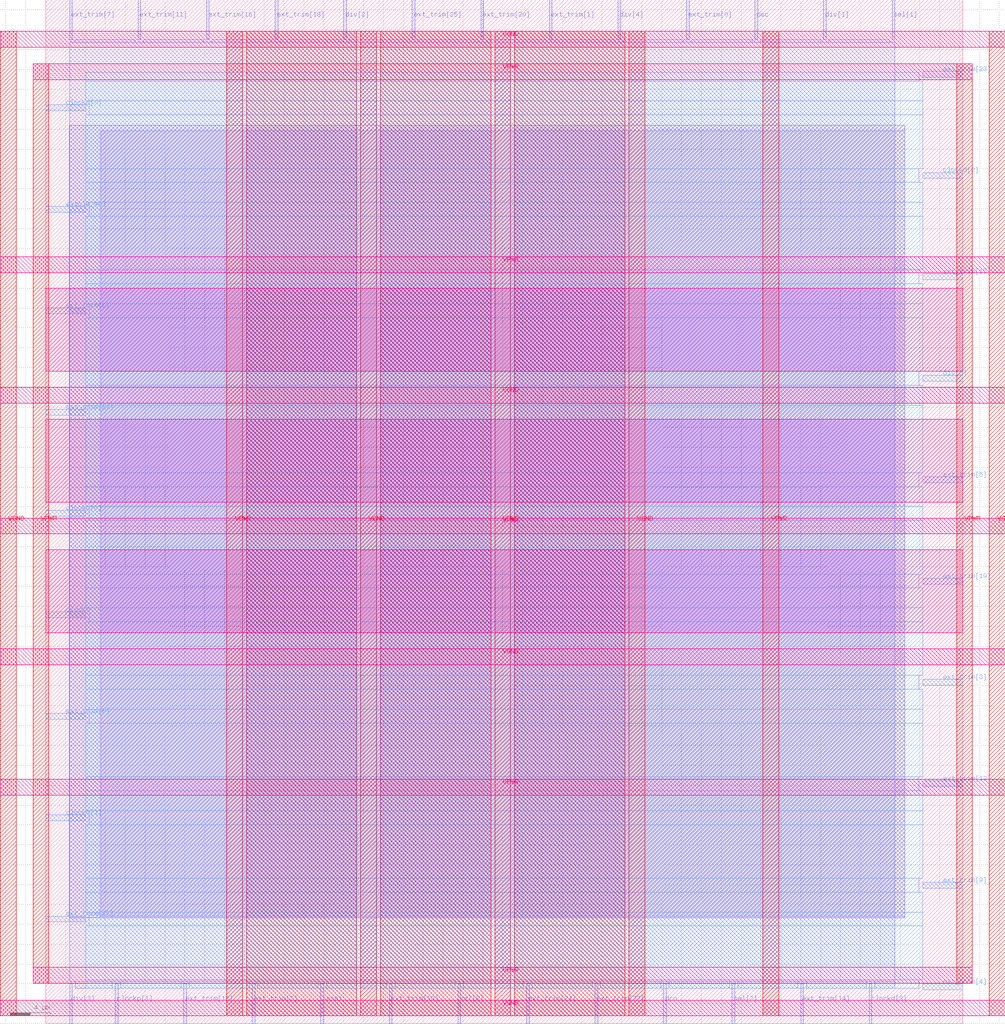
<source format=lef>
VERSION 5.7 ;
  NOWIREEXTENSIONATPIN ON ;
  DIVIDERCHAR "/" ;
  BUSBITCHARS "[]" ;
MACRO digital_pll
  CLASS BLOCK ;
  FOREIGN digital_pll ;
  ORIGIN 0.000 0.000 ;
  SIZE 92.300 BY 103.020 ;
  PIN clockc
    DIRECTION OUTPUT TRISTATE ;
    USE SIGNAL ;
    PORT
      LAYER met3 ;
        RECT 0.000 40.840 4.000 41.440 ;
    END
  END clockc
  PIN clockd[0]
    DIRECTION OUTPUT TRISTATE ;
    USE SIGNAL ;
    PORT
      LAYER met3 ;
        RECT 0.000 51.040 4.000 51.640 ;
    END
  END clockd[0]
  PIN clockd[1]
    DIRECTION OUTPUT TRISTATE ;
    USE SIGNAL ;
    PORT
      LAYER met3 ;
        RECT 0.000 20.440 4.000 21.040 ;
    END
  END clockd[1]
  PIN clockd[2]
    DIRECTION OUTPUT TRISTATE ;
    USE SIGNAL ;
    PORT
      LAYER met3 ;
        RECT 88.300 85.040 92.300 85.640 ;
    END
  END clockd[2]
  PIN clockd[3]
    DIRECTION OUTPUT TRISTATE ;
    USE SIGNAL ;
    PORT
      LAYER met2 ;
        RECT 82.890 0.000 83.170 4.000 ;
    END
  END clockd[3]
  PIN clockp[0]
    DIRECTION OUTPUT TRISTATE ;
    USE SIGNAL ;
    PORT
      LAYER met3 ;
        RECT 0.000 91.840 4.000 92.440 ;
    END
  END clockp[0]
  PIN clockp[1]
    DIRECTION OUTPUT TRISTATE ;
    USE SIGNAL ;
    PORT
      LAYER met2 ;
        RECT 6.990 0.000 7.270 4.000 ;
    END
  END clockp[1]
  PIN dco
    DIRECTION INPUT ;
    USE SIGNAL ;
    PORT
      LAYER met2 ;
        RECT 62.190 0.000 62.470 4.000 ;
    END
  END dco
  PIN div[0]
    DIRECTION INPUT ;
    USE SIGNAL ;
    PORT
      LAYER met3 ;
        RECT 88.300 64.640 92.300 65.240 ;
    END
  END div[0]
  PIN div[1]
    DIRECTION INPUT ;
    USE SIGNAL ;
    PORT
      LAYER met2 ;
        RECT 78.290 99.020 78.570 103.020 ;
    END
  END div[1]
  PIN div[2]
    DIRECTION INPUT ;
    USE SIGNAL ;
    PORT
      LAYER met2 ;
        RECT 29.990 99.020 30.270 103.020 ;
    END
  END div[2]
  PIN div[3]
    DIRECTION INPUT ;
    USE SIGNAL ;
    PORT
      LAYER met2 ;
        RECT 2.390 0.000 2.670 4.000 ;
    END
  END div[3]
  PIN div[4]
    DIRECTION INPUT ;
    USE SIGNAL ;
    PORT
      LAYER met2 ;
        RECT 57.590 99.020 57.870 103.020 ;
    END
  END div[4]
  PIN ext_trim[0]
    DIRECTION INPUT ;
    USE SIGNAL ;
    PORT
      LAYER met2 ;
        RECT 64.490 99.020 64.770 103.020 ;
    END
  END ext_trim[0]
  PIN ext_trim[10]
    DIRECTION INPUT ;
    USE SIGNAL ;
    PORT
      LAYER met2 ;
        RECT 34.590 0.000 34.870 4.000 ;
    END
  END ext_trim[10]
  PIN ext_trim[11]
    DIRECTION INPUT ;
    USE SIGNAL ;
    PORT
      LAYER met2 ;
        RECT 9.290 99.020 9.570 103.020 ;
    END
  END ext_trim[11]
  PIN ext_trim[12]
    DIRECTION INPUT ;
    USE SIGNAL ;
    PORT
      LAYER met3 ;
        RECT 88.300 23.840 92.300 24.440 ;
    END
  END ext_trim[12]
  PIN ext_trim[13]
    DIRECTION INPUT ;
    USE SIGNAL ;
    PORT
      LAYER met2 ;
        RECT 13.890 0.000 14.170 4.000 ;
    END
  END ext_trim[13]
  PIN ext_trim[14]
    DIRECTION INPUT ;
    USE SIGNAL ;
    PORT
      LAYER met2 ;
        RECT 75.990 0.000 76.270 4.000 ;
    END
  END ext_trim[14]
  PIN ext_trim[15]
    DIRECTION INPUT ;
    USE SIGNAL ;
    PORT
      LAYER met3 ;
        RECT 88.300 74.840 92.300 75.440 ;
    END
  END ext_trim[15]
  PIN ext_trim[16]
    DIRECTION INPUT ;
    USE SIGNAL ;
    PORT
      LAYER met2 ;
        RECT 16.190 99.020 16.470 103.020 ;
    END
  END ext_trim[16]
  PIN ext_trim[17]
    DIRECTION INPUT ;
    USE SIGNAL ;
    PORT
      LAYER met3 ;
        RECT 0.000 10.240 4.000 10.840 ;
    END
  END ext_trim[17]
  PIN ext_trim[18]
    DIRECTION INPUT ;
    USE SIGNAL ;
    PORT
      LAYER met2 ;
        RECT 23.090 99.020 23.370 103.020 ;
    END
  END ext_trim[18]
  PIN ext_trim[19]
    DIRECTION INPUT ;
    USE SIGNAL ;
    PORT
      LAYER met3 ;
        RECT 88.300 44.240 92.300 44.840 ;
    END
  END ext_trim[19]
  PIN ext_trim[1]
    DIRECTION INPUT ;
    USE SIGNAL ;
    PORT
      LAYER met2 ;
        RECT 50.690 99.020 50.970 103.020 ;
    END
  END ext_trim[1]
  PIN ext_trim[20]
    DIRECTION INPUT ;
    USE SIGNAL ;
    PORT
      LAYER met2 ;
        RECT 43.790 99.020 44.070 103.020 ;
    END
  END ext_trim[20]
  PIN ext_trim[21]
    DIRECTION INPUT ;
    USE SIGNAL ;
    PORT
      LAYER met3 ;
        RECT 0.000 61.240 4.000 61.840 ;
    END
  END ext_trim[21]
  PIN ext_trim[22]
    DIRECTION INPUT ;
    USE SIGNAL ;
    PORT
      LAYER met2 ;
        RECT 55.290 0.000 55.570 4.000 ;
    END
  END ext_trim[22]
  PIN ext_trim[23]
    DIRECTION INPUT ;
    USE SIGNAL ;
    PORT
      LAYER met3 ;
        RECT 88.300 95.240 92.300 95.840 ;
    END
  END ext_trim[23]
  PIN ext_trim[24]
    DIRECTION INPUT ;
    USE SIGNAL ;
    PORT
      LAYER met2 ;
        RECT 48.390 0.000 48.670 4.000 ;
    END
  END ext_trim[24]
  PIN ext_trim[25]
    DIRECTION INPUT ;
    USE SIGNAL ;
    PORT
      LAYER met2 ;
        RECT 36.890 99.020 37.170 103.020 ;
    END
  END ext_trim[25]
  PIN ext_trim[2]
    DIRECTION INPUT ;
    USE SIGNAL ;
    PORT
      LAYER met2 ;
        RECT 20.790 0.000 21.070 4.000 ;
    END
  END ext_trim[2]
  PIN ext_trim[3]
    DIRECTION INPUT ;
    USE SIGNAL ;
    PORT
      LAYER met3 ;
        RECT 88.300 34.040 92.300 34.640 ;
    END
  END ext_trim[3]
  PIN ext_trim[4]
    DIRECTION INPUT ;
    USE SIGNAL ;
    PORT
      LAYER met3 ;
        RECT 88.300 3.440 92.300 4.040 ;
    END
  END ext_trim[4]
  PIN ext_trim[5]
    DIRECTION INPUT ;
    USE SIGNAL ;
    PORT
      LAYER met3 ;
        RECT 88.300 54.440 92.300 55.040 ;
    END
  END ext_trim[5]
  PIN ext_trim[6]
    DIRECTION INPUT ;
    USE SIGNAL ;
    PORT
      LAYER met3 ;
        RECT 0.000 71.440 4.000 72.040 ;
    END
  END ext_trim[6]
  PIN ext_trim[7]
    DIRECTION INPUT ;
    USE SIGNAL ;
    PORT
      LAYER met2 ;
        RECT 2.390 99.020 2.670 103.020 ;
    END
  END ext_trim[7]
  PIN ext_trim[8]
    DIRECTION INPUT ;
    USE SIGNAL ;
    PORT
      LAYER met3 ;
        RECT 0.000 30.640 4.000 31.240 ;
    END
  END ext_trim[8]
  PIN ext_trim[9]
    DIRECTION INPUT ;
    USE SIGNAL ;
    PORT
      LAYER met3 ;
        RECT 88.300 13.640 92.300 14.240 ;
    END
  END ext_trim[9]
  PIN extclk_sel
    DIRECTION INPUT ;
    USE SIGNAL ;
    PORT
      LAYER met3 ;
        RECT 0.000 81.640 4.000 82.240 ;
    END
  END extclk_sel
  PIN osc
    DIRECTION INPUT ;
    USE SIGNAL ;
    PORT
      LAYER met2 ;
        RECT 71.390 99.020 71.670 103.020 ;
    END
  END osc
  PIN reset
    DIRECTION INPUT ;
    USE SIGNAL ;
    PORT
      LAYER met2 ;
        RECT 27.690 0.000 27.970 4.000 ;
    END
  END reset
  PIN sel[0]
    DIRECTION INPUT ;
    USE SIGNAL ;
    PORT
      LAYER met2 ;
        RECT 41.490 0.000 41.770 4.000 ;
    END
  END sel[0]
  PIN sel[1]
    DIRECTION INPUT ;
    USE SIGNAL ;
    PORT
      LAYER met2 ;
        RECT 85.190 99.020 85.470 103.020 ;
    END
  END sel[1]
  PIN sel[2]
    DIRECTION INPUT ;
    USE SIGNAL ;
    PORT
      LAYER met2 ;
        RECT 69.090 0.000 69.370 4.000 ;
    END
  END sel[2]
  PIN VPWR
    DIRECTION INOUT ;
    USE POWER ;
    PORT
      LAYER met4 ;
        RECT 72.185 0.780 73.785 99.860 ;
    END
  END VPWR
  PIN VPWR
    DIRECTION INOUT ;
    USE POWER ;
    PORT
      LAYER met4 ;
        RECT 45.200 0.780 46.800 99.860 ;
    END
  END VPWR
  PIN VPWR
    DIRECTION INOUT ;
    USE POWER ;
    PORT
      LAYER met4 ;
        RECT 18.215 0.780 19.815 99.860 ;
    END
  END VPWR
  PIN VPWR
    DIRECTION INOUT ;
    USE POWER ;
    PORT
      LAYER met4 ;
        RECT 91.680 4.080 93.280 96.560 ;
    END
  END VPWR
  PIN VPWR
    DIRECTION INOUT ;
    USE POWER ;
    PORT
      LAYER met4 ;
        RECT -1.280 4.080 0.320 96.560 ;
    END
  END VPWR
  PIN VPWR
    DIRECTION INOUT ;
    USE POWER ;
    PORT
      LAYER met5 ;
        RECT -1.280 94.960 93.280 96.560 ;
    END
  END VPWR
  PIN VPWR
    DIRECTION INOUT ;
    USE POWER ;
    PORT
      LAYER met5 ;
        RECT -4.580 75.575 96.580 77.175 ;
    END
  END VPWR
  PIN VPWR
    DIRECTION INOUT ;
    USE POWER ;
    PORT
      LAYER met5 ;
        RECT -4.580 49.280 96.580 50.880 ;
    END
  END VPWR
  PIN VPWR
    DIRECTION INOUT ;
    USE POWER ;
    PORT
      LAYER met5 ;
        RECT -4.580 22.985 96.580 24.585 ;
    END
  END VPWR
  PIN VPWR
    DIRECTION INOUT ;
    USE POWER ;
    PORT
      LAYER met5 ;
        RECT -1.280 4.080 93.280 5.680 ;
    END
  END VPWR
  PIN VGND
    DIRECTION INOUT ;
    USE GROUND ;
    PORT
      LAYER met4 ;
        RECT 94.980 0.780 96.580 99.860 ;
    END
  END VGND
  PIN VGND
    DIRECTION INOUT ;
    USE GROUND ;
    PORT
      LAYER met4 ;
        RECT 58.695 0.780 60.295 99.860 ;
    END
  END VGND
  PIN VGND
    DIRECTION INOUT ;
    USE GROUND ;
    PORT
      LAYER met4 ;
        RECT 31.705 0.780 33.305 99.860 ;
    END
  END VGND
  PIN VGND
    DIRECTION INOUT ;
    USE GROUND ;
    PORT
      LAYER met4 ;
        RECT -4.580 0.780 -2.980 99.860 ;
    END
  END VGND
  PIN VGND
    DIRECTION INOUT ;
    USE GROUND ;
    PORT
      LAYER met5 ;
        RECT -4.580 98.260 96.580 99.860 ;
    END
  END VGND
  PIN VGND
    DIRECTION INOUT ;
    USE GROUND ;
    PORT
      LAYER met5 ;
        RECT -4.580 62.425 96.580 64.025 ;
    END
  END VGND
  PIN VGND
    DIRECTION INOUT ;
    USE GROUND ;
    PORT
      LAYER met5 ;
        RECT -4.580 36.135 96.580 37.735 ;
    END
  END VGND
  PIN VGND
    DIRECTION INOUT ;
    USE GROUND ;
    PORT
      LAYER met5 ;
        RECT -4.580 0.780 96.580 2.380 ;
    END
  END VGND
  OBS
      LAYER li1 ;
        RECT 5.520 10.795 86.480 89.845 ;
      LAYER met1 ;
        RECT 2.370 10.640 86.480 90.400 ;
      LAYER met2 ;
        RECT 2.950 98.740 9.010 99.020 ;
        RECT 9.850 98.740 15.910 99.020 ;
        RECT 16.750 98.740 22.810 99.020 ;
        RECT 23.650 98.740 29.710 99.020 ;
        RECT 30.550 98.740 36.610 99.020 ;
        RECT 37.450 98.740 43.510 99.020 ;
        RECT 44.350 98.740 50.410 99.020 ;
        RECT 51.250 98.740 57.310 99.020 ;
        RECT 58.150 98.740 64.210 99.020 ;
        RECT 65.050 98.740 71.110 99.020 ;
        RECT 71.950 98.740 78.010 99.020 ;
        RECT 78.850 98.740 84.910 99.020 ;
        RECT 2.400 4.280 85.470 98.740 ;
        RECT 2.950 3.555 6.710 4.280 ;
        RECT 7.550 3.555 13.610 4.280 ;
        RECT 14.450 3.555 20.510 4.280 ;
        RECT 21.350 3.555 27.410 4.280 ;
        RECT 28.250 3.555 34.310 4.280 ;
        RECT 35.150 3.555 41.210 4.280 ;
        RECT 42.050 3.555 48.110 4.280 ;
        RECT 48.950 3.555 55.010 4.280 ;
        RECT 55.850 3.555 61.910 4.280 ;
        RECT 62.750 3.555 68.810 4.280 ;
        RECT 69.650 3.555 75.710 4.280 ;
        RECT 76.550 3.555 82.610 4.280 ;
        RECT 83.450 3.555 85.470 4.280 ;
      LAYER met3 ;
        RECT 4.000 94.840 87.900 95.705 ;
        RECT 4.000 92.840 88.300 94.840 ;
        RECT 4.400 91.440 88.300 92.840 ;
        RECT 4.000 86.040 88.300 91.440 ;
        RECT 4.000 84.640 87.900 86.040 ;
        RECT 4.000 82.640 88.300 84.640 ;
        RECT 4.400 81.240 88.300 82.640 ;
        RECT 4.000 75.840 88.300 81.240 ;
        RECT 4.000 74.440 87.900 75.840 ;
        RECT 4.000 72.440 88.300 74.440 ;
        RECT 4.400 71.040 88.300 72.440 ;
        RECT 4.000 65.640 88.300 71.040 ;
        RECT 4.000 64.240 87.900 65.640 ;
        RECT 4.000 62.240 88.300 64.240 ;
        RECT 4.400 60.840 88.300 62.240 ;
        RECT 4.000 55.440 88.300 60.840 ;
        RECT 4.000 54.040 87.900 55.440 ;
        RECT 4.000 52.040 88.300 54.040 ;
        RECT 4.400 50.640 88.300 52.040 ;
        RECT 4.000 45.240 88.300 50.640 ;
        RECT 4.000 43.840 87.900 45.240 ;
        RECT 4.000 41.840 88.300 43.840 ;
        RECT 4.400 40.440 88.300 41.840 ;
        RECT 4.000 35.040 88.300 40.440 ;
        RECT 4.000 33.640 87.900 35.040 ;
        RECT 4.000 31.640 88.300 33.640 ;
        RECT 4.400 30.240 88.300 31.640 ;
        RECT 4.000 24.840 88.300 30.240 ;
        RECT 4.000 23.440 87.900 24.840 ;
        RECT 4.000 21.440 88.300 23.440 ;
        RECT 4.400 20.040 88.300 21.440 ;
        RECT 4.000 14.640 88.300 20.040 ;
        RECT 4.000 13.240 87.900 14.640 ;
        RECT 4.000 11.240 88.300 13.240 ;
        RECT 4.400 9.840 88.300 11.240 ;
        RECT 4.000 4.440 88.300 9.840 ;
        RECT 4.000 3.575 87.900 4.440 ;
      LAYER met4 ;
        RECT 20.215 0.780 31.305 99.860 ;
        RECT 33.705 0.780 44.800 99.860 ;
        RECT 47.200 0.780 58.295 99.860 ;
      LAYER met5 ;
        RECT -4.580 75.570 96.580 75.575 ;
        RECT 0.000 65.625 92.300 73.975 ;
        RECT 0.000 52.480 92.300 60.825 ;
        RECT 0.000 39.335 92.300 47.680 ;
        RECT -4.580 36.130 96.580 36.135 ;
  END
END digital_pll
END LIBRARY


</source>
